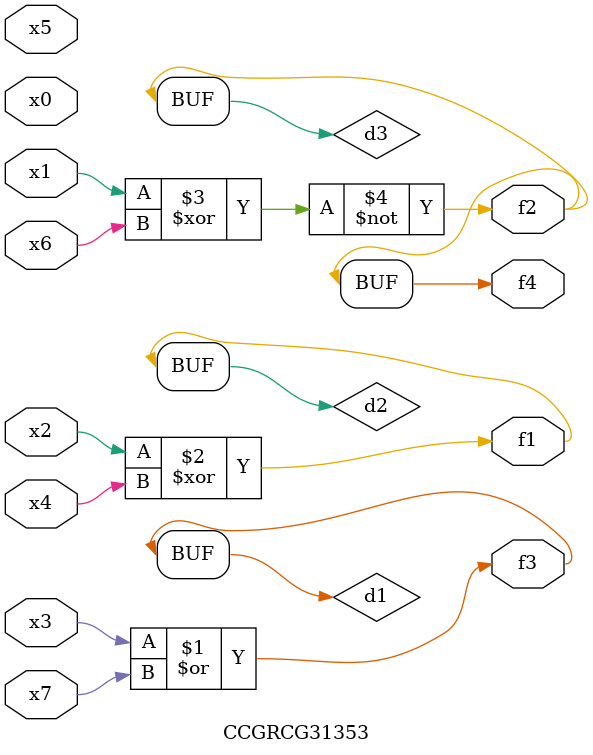
<source format=v>
module CCGRCG31353(
	input x0, x1, x2, x3, x4, x5, x6, x7,
	output f1, f2, f3, f4
);

	wire d1, d2, d3;

	or (d1, x3, x7);
	xor (d2, x2, x4);
	xnor (d3, x1, x6);
	assign f1 = d2;
	assign f2 = d3;
	assign f3 = d1;
	assign f4 = d3;
endmodule

</source>
